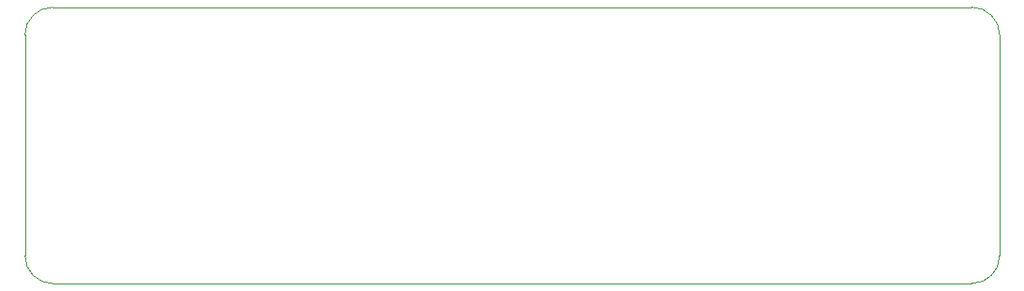
<source format=gm1>
G04 #@! TF.GenerationSoftware,KiCad,Pcbnew,(5.0.2)-1*
G04 #@! TF.CreationDate,2020-01-05T18:08:36+01:00*
G04 #@! TF.ProjectId,EleLab_v2_Frontpanel_a,456c654c-6162-45f7-9632-5f46726f6e74,rev?*
G04 #@! TF.SameCoordinates,Original*
G04 #@! TF.FileFunction,Profile,NP*
%FSLAX46Y46*%
G04 Gerber Fmt 4.6, Leading zero omitted, Abs format (unit mm)*
G04 Created by KiCad (PCBNEW (5.0.2)-1) date 05/01/2020 18:08:36*
%MOMM*%
%LPD*%
G01*
G04 APERTURE LIST*
%ADD10C,0.100000*%
G04 APERTURE END LIST*
D10*
X73500000Y-99000000D02*
X156500000Y-99000000D01*
X71000000Y-76500000D02*
X71000000Y-96500000D01*
X156500000Y-74000000D02*
X73500000Y-74000000D01*
X159000000Y-96500000D02*
X159000000Y-76500000D01*
X71000000Y-76500000D02*
G75*
G02X73500000Y-74000000I2500000J0D01*
G01*
X156500000Y-74000000D02*
G75*
G02X159000000Y-76500000I0J-2500000D01*
G01*
X159000000Y-96500000D02*
G75*
G02X156500000Y-99000000I-2500000J0D01*
G01*
X73500000Y-99000000D02*
G75*
G02X71000000Y-96500000I0J2500000D01*
G01*
M02*

</source>
